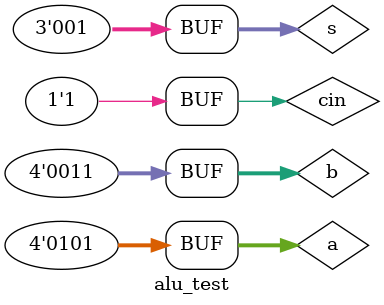
<source format=v>
`timescale 1ns / 1ps


module alu_test;

	// Inputs
	reg [3:0] a;
	reg [3:0] b;
	reg [2:0] s;
	reg cin;

	// Outputs
	wire [3:0] o;
	wire cout;

	// Instantiate the Unit Under Test (UUT)
	alu uut (
		.o(o), 
		.cout(cout), 
		.a(a), 
		.b(b), 
		.s(s), 
		.cin(cin)
	);

	initial begin
		// Initialize Inputs
		a = 3;
		b = 1;
		s = 0;
		cin = 0;

		// Wait 100 ns for global reset to finish
		#100;
     a = 3;
		b = 1;
		s = 1;
		cin = 0;
		#100;
		a = 3;
		b = 1;
		s = 2;
		cin = 0;
		#100;
		a = 2;
		b = 5;
		s = 3;
		cin = 0;
		#100;
		a = 3;
		b = 2;
		s = 4;
		cin = 0;
		#100;
		a = 2;
		b = 1;
		s = 6;
		cin = 0;
		#100
		a=4;
		b=6;
		s=1;
		cin=1;
		#100
		a=5;
		b=3;
		s=1;
		cin=-1;

	end
      
endmodule


</source>
